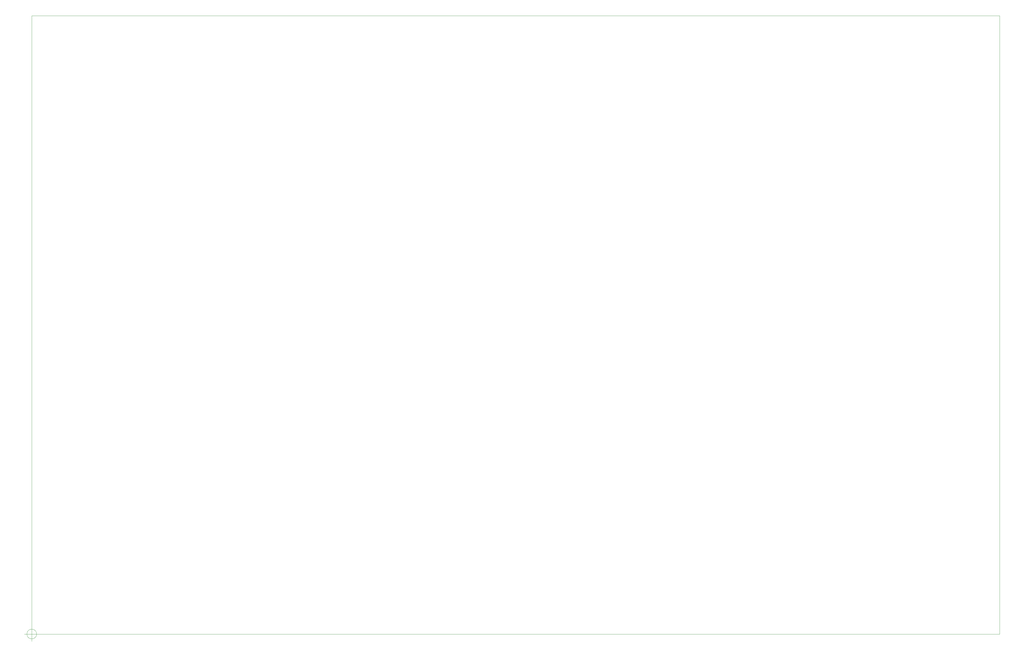
<source format=gbr>
G04 #@! TF.GenerationSoftware,KiCad,Pcbnew,5.99.0-unknown-1973153~101~ubuntu20.04.1*
G04 #@! TF.CreationDate,2020-07-01T19:51:03-04:00*
G04 #@! TF.ProjectId,L1Switch,4c315377-6974-4636-982e-6b696361645f,rev?*
G04 #@! TF.SameCoordinates,Original*
G04 #@! TF.FileFunction,Profile,NP*
%FSLAX46Y46*%
G04 Gerber Fmt 4.6, Leading zero omitted, Abs format (unit mm)*
G04 Created by KiCad (PCBNEW 5.99.0-unknown-1973153~101~ubuntu20.04.1) date 2020-07-01 19:51:03*
%MOMM*%
%LPD*%
G01*
G04 APERTURE LIST*
G04 #@! TA.AperFunction,Profile*
%ADD10C,0.050000*%
G04 #@! TD*
G04 APERTURE END LIST*
D10*
X42445416Y-231731165D02*
G75*
G03*
X42445416Y-231731165I-1666666J0D01*
G01*
X38278750Y-231731165D02*
X43278750Y-231731165D01*
X40778750Y-229231165D02*
X40778750Y-234231165D01*
X40778750Y-231731165D02*
X40778750Y-18731165D01*
X373778750Y-231731165D02*
X40778750Y-231731165D01*
X373778750Y-18731165D02*
X373778750Y-231731165D01*
X40778750Y-18731165D02*
X373778750Y-18731165D01*
M02*

</source>
